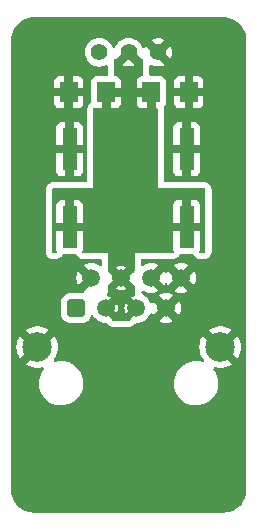
<source format=gbr>
%TF.GenerationSoftware,KiCad,Pcbnew,7.0.5-0*%
%TF.CreationDate,2024-07-28T13:55:19+02:00*%
%TF.ProjectId,rj45-dynamixel-adapter,726a3435-2d64-4796-9e61-6d6978656c2d,rev?*%
%TF.SameCoordinates,Original*%
%TF.FileFunction,Copper,L1,Top*%
%TF.FilePolarity,Positive*%
%FSLAX46Y46*%
G04 Gerber Fmt 4.6, Leading zero omitted, Abs format (unit mm)*
G04 Created by KiCad (PCBNEW 7.0.5-0) date 2024-07-28 13:55:19*
%MOMM*%
%LPD*%
G01*
G04 APERTURE LIST*
G04 Aperture macros list*
%AMRoundRect*
0 Rectangle with rounded corners*
0 $1 Rounding radius*
0 $2 $3 $4 $5 $6 $7 $8 $9 X,Y pos of 4 corners*
0 Add a 4 corners polygon primitive as box body*
4,1,4,$2,$3,$4,$5,$6,$7,$8,$9,$2,$3,0*
0 Add four circle primitives for the rounded corners*
1,1,$1+$1,$2,$3*
1,1,$1+$1,$4,$5*
1,1,$1+$1,$6,$7*
1,1,$1+$1,$8,$9*
0 Add four rect primitives between the rounded corners*
20,1,$1+$1,$2,$3,$4,$5,0*
20,1,$1+$1,$4,$5,$6,$7,0*
20,1,$1+$1,$6,$7,$8,$9,0*
20,1,$1+$1,$8,$9,$2,$3,0*%
G04 Aperture macros list end*
%TA.AperFunction,ComponentPad*%
%ADD10RoundRect,0.250500X-0.499500X-0.499500X0.499500X-0.499500X0.499500X0.499500X-0.499500X0.499500X0*%
%TD*%
%TA.AperFunction,ComponentPad*%
%ADD11C,1.500000*%
%TD*%
%TA.AperFunction,ComponentPad*%
%ADD12C,2.500000*%
%TD*%
%TA.AperFunction,SMDPad,CuDef*%
%ADD13R,1.485014X1.727991*%
%TD*%
%TA.AperFunction,ComponentPad*%
%ADD14C,1.397000*%
%TD*%
%TA.AperFunction,SMDPad,CuDef*%
%ADD15R,1.259995X3.610008*%
%TD*%
%TA.AperFunction,ViaPad*%
%ADD16C,0.800000*%
%TD*%
G04 APERTURE END LIST*
D10*
%TO.P,J3,1*%
%TO.N,/SIG*%
X146560000Y-105650000D03*
D11*
%TO.P,J3,2*%
%TO.N,GND*%
X147820000Y-103110000D03*
%TO.P,J3,3*%
%TO.N,/12V*%
X149100000Y-105650000D03*
%TO.P,J3,4*%
X150360000Y-103110000D03*
%TO.P,J3,5*%
X151640000Y-105650000D03*
%TO.P,J3,6*%
%TO.N,GND*%
X152900000Y-103110000D03*
%TO.P,J3,7*%
X154180000Y-105650000D03*
%TO.P,J3,8*%
X155440000Y-103110000D03*
D12*
%TO.P,J3,SH*%
X143255000Y-108960000D03*
X158745000Y-108960000D03*
%TD*%
D13*
%TO.P,C1,1,1*%
%TO.N,/12V*%
X152907417Y-87376000D03*
%TO.P,C1,2,2*%
%TO.N,GND*%
X156092583Y-87376000D03*
%TD*%
D14*
%TO.P,J1,1,1*%
%TO.N,GND*%
X153500000Y-84000000D03*
%TO.P,J1,2,2*%
%TO.N,/12V*%
X151000000Y-84000000D03*
%TO.P,J1,3,3*%
%TO.N,/SIG*%
X148500000Y-84000000D03*
%TD*%
D15*
%TO.P,C3,1,1*%
%TO.N,/12V*%
X155898000Y-98787790D03*
%TO.P,C3,2,2*%
%TO.N,GND*%
X155898000Y-92198000D03*
%TD*%
D13*
%TO.P,C2,1,1*%
%TO.N,/12V*%
X149092583Y-87376000D03*
%TO.P,C2,2,2*%
%TO.N,GND*%
X145907417Y-87376000D03*
%TD*%
D15*
%TO.P,C4,1,1*%
%TO.N,/12V*%
X146000000Y-98794895D03*
%TO.P,C4,2,2*%
%TO.N,GND*%
X146000000Y-92205105D03*
%TD*%
D16*
%TO.N,GND*%
X157750000Y-87250000D03*
X144250000Y-92250000D03*
X144250000Y-90000000D03*
X157750000Y-92250000D03*
X145000000Y-103000000D03*
X144250000Y-87250000D03*
X157750000Y-90000000D03*
%TO.N,/12V*%
X150250000Y-93750000D03*
X150250000Y-96000000D03*
X150250000Y-98250000D03*
X150750000Y-87250000D03*
X150250000Y-100500000D03*
X150250000Y-91750000D03*
X150250000Y-89750000D03*
%TD*%
%TA.AperFunction,Conductor*%
%TO.N,/12V*%
G36*
X152177511Y-86000798D02*
G01*
X152126000Y-86012004D01*
X152117065Y-86012004D01*
X152057537Y-86018405D01*
X152057530Y-86018407D01*
X151922823Y-86068649D01*
X151922816Y-86068653D01*
X151807722Y-86154813D01*
X151807719Y-86154816D01*
X151721559Y-86269910D01*
X151721555Y-86269917D01*
X151671313Y-86404624D01*
X151671311Y-86404631D01*
X151664910Y-86464159D01*
X151664910Y-87001000D01*
X153158417Y-87001000D01*
X153225456Y-87020685D01*
X153271211Y-87073489D01*
X153282417Y-87125000D01*
X153282417Y-88739996D01*
X153376000Y-88739996D01*
X153443039Y-88759681D01*
X153488794Y-88812485D01*
X153500000Y-88863996D01*
X153499999Y-95499999D01*
X153500000Y-95500000D01*
X157376000Y-95500000D01*
X157443039Y-95519685D01*
X157488794Y-95572489D01*
X157500000Y-95624000D01*
X157500000Y-100876000D01*
X157480315Y-100943039D01*
X157427511Y-100988794D01*
X157376000Y-101000000D01*
X157088360Y-101000000D01*
X157021321Y-100980315D01*
X156975566Y-100927511D01*
X156965622Y-100858353D01*
X156972178Y-100832667D01*
X157021594Y-100700173D01*
X157021596Y-100700166D01*
X157027997Y-100640638D01*
X157027998Y-100640621D01*
X157027998Y-99162790D01*
X154768002Y-99162790D01*
X154768002Y-100640638D01*
X154774403Y-100700166D01*
X154774405Y-100700173D01*
X154823822Y-100832667D01*
X154828806Y-100902359D01*
X154795321Y-100963682D01*
X154733998Y-100997166D01*
X154707640Y-101000000D01*
X151500000Y-101000000D01*
X151500000Y-98412790D01*
X154768002Y-98412790D01*
X155523000Y-98412790D01*
X155523000Y-96482786D01*
X156273000Y-96482786D01*
X156273000Y-98412790D01*
X157027998Y-98412790D01*
X157027998Y-96934958D01*
X157027997Y-96934941D01*
X157021596Y-96875413D01*
X157021594Y-96875406D01*
X156971352Y-96740699D01*
X156971348Y-96740692D01*
X156885188Y-96625598D01*
X156885185Y-96625595D01*
X156770091Y-96539435D01*
X156770084Y-96539431D01*
X156635377Y-96489189D01*
X156635370Y-96489187D01*
X156575842Y-96482786D01*
X156273000Y-96482786D01*
X155523000Y-96482786D01*
X155220157Y-96482786D01*
X155160629Y-96489187D01*
X155160622Y-96489189D01*
X155025915Y-96539431D01*
X155025908Y-96539435D01*
X154910814Y-96625595D01*
X154910811Y-96625598D01*
X154824651Y-96740692D01*
X154824647Y-96740699D01*
X154774405Y-96875406D01*
X154774403Y-96875413D01*
X154768002Y-96934941D01*
X154768002Y-98412790D01*
X151500000Y-98412790D01*
X151500000Y-89000000D01*
X149250000Y-89000000D01*
X149250000Y-101000000D01*
X147193010Y-101000000D01*
X147125971Y-100980315D01*
X147080216Y-100927511D01*
X147070272Y-100858353D01*
X147076828Y-100832667D01*
X147123594Y-100707278D01*
X147123596Y-100707271D01*
X147129997Y-100647743D01*
X147129998Y-100647726D01*
X147129998Y-99169895D01*
X144870002Y-99169895D01*
X144870002Y-100647743D01*
X144876403Y-100707271D01*
X144876405Y-100707278D01*
X144923172Y-100832667D01*
X144928156Y-100902359D01*
X144894671Y-100963682D01*
X144833348Y-100997166D01*
X144806990Y-101000000D01*
X144624000Y-101000000D01*
X144556961Y-100980315D01*
X144511206Y-100927511D01*
X144500000Y-100876000D01*
X144500000Y-98419895D01*
X144870002Y-98419895D01*
X145625000Y-98419895D01*
X145625000Y-96489891D01*
X146375000Y-96489891D01*
X146375000Y-98419895D01*
X147129998Y-98419895D01*
X147129998Y-96942063D01*
X147129997Y-96942046D01*
X147123596Y-96882518D01*
X147123594Y-96882511D01*
X147073352Y-96747804D01*
X147073348Y-96747797D01*
X146987188Y-96632703D01*
X146987185Y-96632700D01*
X146872091Y-96546540D01*
X146872084Y-96546536D01*
X146737377Y-96496294D01*
X146737370Y-96496292D01*
X146677842Y-96489891D01*
X146375000Y-96489891D01*
X145625000Y-96489891D01*
X145322157Y-96489891D01*
X145262629Y-96496292D01*
X145262622Y-96496294D01*
X145127915Y-96546536D01*
X145127908Y-96546540D01*
X145012814Y-96632700D01*
X145012811Y-96632703D01*
X144926651Y-96747797D01*
X144926647Y-96747804D01*
X144876405Y-96882511D01*
X144876403Y-96882518D01*
X144870002Y-96942046D01*
X144870002Y-98419895D01*
X144500000Y-98419895D01*
X144500000Y-95624000D01*
X144519685Y-95556961D01*
X144572489Y-95511206D01*
X144624000Y-95500000D01*
X148000000Y-95500000D01*
X148000000Y-88821665D01*
X148019685Y-88754626D01*
X148072489Y-88708871D01*
X148141647Y-88698927D01*
X148167334Y-88705484D01*
X148242692Y-88733591D01*
X148242703Y-88733594D01*
X148302231Y-88739995D01*
X148302248Y-88739996D01*
X148717583Y-88739996D01*
X148717583Y-87751000D01*
X149467583Y-87751000D01*
X149467583Y-88739996D01*
X149882918Y-88739996D01*
X149882934Y-88739995D01*
X149942462Y-88733594D01*
X149942469Y-88733592D01*
X150077176Y-88683350D01*
X150077183Y-88683346D01*
X150192277Y-88597186D01*
X150192280Y-88597183D01*
X150278440Y-88482089D01*
X150278444Y-88482082D01*
X150328686Y-88347375D01*
X150328688Y-88347368D01*
X150335089Y-88287840D01*
X150335090Y-88287823D01*
X150335090Y-87751000D01*
X151664910Y-87751000D01*
X151664910Y-88287840D01*
X151671311Y-88347368D01*
X151671313Y-88347375D01*
X151721555Y-88482082D01*
X151721559Y-88482089D01*
X151807719Y-88597183D01*
X151807722Y-88597186D01*
X151922816Y-88683346D01*
X151922823Y-88683350D01*
X152057530Y-88733592D01*
X152057537Y-88733594D01*
X152117065Y-88739995D01*
X152117082Y-88739996D01*
X152532417Y-88739996D01*
X152532417Y-87751000D01*
X151664910Y-87751000D01*
X150335090Y-87751000D01*
X149467583Y-87751000D01*
X148717583Y-87751000D01*
X148717583Y-87125000D01*
X148737268Y-87057961D01*
X148790072Y-87012206D01*
X148841583Y-87001000D01*
X150335090Y-87001000D01*
X150335090Y-86464176D01*
X150335089Y-86464159D01*
X150328688Y-86404631D01*
X150328686Y-86404624D01*
X150278444Y-86269917D01*
X150278440Y-86269910D01*
X150192280Y-86154816D01*
X150192277Y-86154813D01*
X150077183Y-86068653D01*
X150077176Y-86068649D01*
X149942469Y-86018407D01*
X149942462Y-86018405D01*
X149882934Y-86012004D01*
X149874000Y-86012004D01*
X149833119Y-86000000D01*
X152178432Y-86000000D01*
X152177511Y-86000798D01*
G37*
%TD.AperFunction*%
%TD*%
%TA.AperFunction,Conductor*%
%TO.N,/12V*%
G36*
X151500000Y-101000000D02*
G01*
X151500000Y-101000001D01*
X151500000Y-102417682D01*
X151481046Y-102512970D01*
X151427070Y-102593752D01*
X151346288Y-102647728D01*
X151265902Y-102663717D01*
X150819619Y-103110000D01*
X151268274Y-103558654D01*
X151311502Y-103560778D01*
X151399329Y-103602318D01*
X151464575Y-103674305D01*
X151497305Y-103765781D01*
X151500000Y-103802316D01*
X151500000Y-104250000D01*
X151514799Y-104276140D01*
X151530567Y-104290444D01*
X151572067Y-104378289D01*
X151576791Y-104475329D01*
X151544019Y-104566790D01*
X151478741Y-104638748D01*
X151402784Y-104676961D01*
X151255465Y-104721650D01*
X151200596Y-104750977D01*
X151639999Y-105190380D01*
X151640000Y-105190380D01*
X151649620Y-105200000D01*
X151606276Y-105200000D01*
X151505862Y-105215135D01*
X151383643Y-105273993D01*
X151284202Y-105366260D01*
X151216375Y-105483740D01*
X151186190Y-105615992D01*
X151196327Y-105751265D01*
X151245887Y-105877541D01*
X151330465Y-105983599D01*
X151442547Y-106060016D01*
X151572173Y-106100000D01*
X151649617Y-106100000D01*
X151178953Y-106570665D01*
X151141750Y-106649328D01*
X151069763Y-106714573D01*
X150978288Y-106747305D01*
X150941750Y-106750000D01*
X149798250Y-106750000D01*
X149702962Y-106731046D01*
X149622180Y-106677070D01*
X149568204Y-106596288D01*
X149563619Y-106573239D01*
X149090381Y-106100000D01*
X149133724Y-106100000D01*
X149234138Y-106084865D01*
X149356357Y-106026007D01*
X149455798Y-105933740D01*
X149523625Y-105816260D01*
X149553810Y-105684008D01*
X149551262Y-105650000D01*
X149559619Y-105650000D01*
X149999021Y-106089401D01*
X150028349Y-106034535D01*
X150028350Y-106034534D01*
X150085530Y-105846034D01*
X150104839Y-105649999D01*
X150635161Y-105649999D01*
X150654469Y-105846034D01*
X150711649Y-106034534D01*
X150711650Y-106034536D01*
X150740977Y-106089401D01*
X151180379Y-105650000D01*
X150740976Y-105210597D01*
X150711649Y-105265466D01*
X150654469Y-105453965D01*
X150635161Y-105649999D01*
X150104839Y-105649999D01*
X150085530Y-105453965D01*
X150028351Y-105265469D01*
X150028349Y-105265464D01*
X149999022Y-105210597D01*
X149559619Y-105650000D01*
X149551262Y-105650000D01*
X149543673Y-105548735D01*
X149494113Y-105422459D01*
X149409535Y-105316401D01*
X149297453Y-105239984D01*
X149167827Y-105200000D01*
X149090380Y-105200000D01*
X149100000Y-105190380D01*
X149539401Y-104750977D01*
X149539401Y-104750976D01*
X149484541Y-104721653D01*
X149484533Y-104721649D01*
X149343858Y-104678976D01*
X149258175Y-104633177D01*
X149196541Y-104558076D01*
X149168338Y-104465104D01*
X149177861Y-104368417D01*
X149223660Y-104282734D01*
X149238926Y-104269559D01*
X149250000Y-104250000D01*
X149250000Y-104009022D01*
X149920597Y-104009022D01*
X149975464Y-104038349D01*
X149975469Y-104038351D01*
X150163965Y-104095530D01*
X150359999Y-104114838D01*
X150556034Y-104095530D01*
X150744534Y-104038350D01*
X150744535Y-104038349D01*
X150799402Y-104009021D01*
X150360000Y-103569619D01*
X149920597Y-104009022D01*
X149250000Y-104009022D01*
X149250000Y-103806767D01*
X149268954Y-103711479D01*
X149322930Y-103630697D01*
X149403712Y-103576721D01*
X149441093Y-103569285D01*
X149900379Y-103110000D01*
X149866371Y-103075992D01*
X149906190Y-103075992D01*
X149916327Y-103211265D01*
X149965887Y-103337541D01*
X150050465Y-103443599D01*
X150162547Y-103520016D01*
X150292173Y-103560000D01*
X150393724Y-103560000D01*
X150494138Y-103544865D01*
X150616357Y-103486007D01*
X150715798Y-103393740D01*
X150783625Y-103276260D01*
X150813810Y-103144008D01*
X150803673Y-103008735D01*
X150754113Y-102882459D01*
X150669535Y-102776401D01*
X150557453Y-102699984D01*
X150427827Y-102660000D01*
X150326276Y-102660000D01*
X150225862Y-102675135D01*
X150103643Y-102733993D01*
X150004202Y-102826260D01*
X149936375Y-102943740D01*
X149906190Y-103075992D01*
X149866371Y-103075992D01*
X149445490Y-102655111D01*
X149438494Y-102654768D01*
X149350668Y-102613227D01*
X149285424Y-102541239D01*
X149252694Y-102449763D01*
X149250000Y-102413231D01*
X149250000Y-102210976D01*
X149920597Y-102210976D01*
X150360000Y-102650379D01*
X150799401Y-102210977D01*
X150744536Y-102181650D01*
X150744534Y-102181649D01*
X150556034Y-102124469D01*
X150360000Y-102105161D01*
X150163965Y-102124469D01*
X149975466Y-102181649D01*
X149920597Y-102210976D01*
X149250000Y-102210976D01*
X149250000Y-101000001D01*
X149250000Y-101000000D01*
X149250000Y-89000000D01*
X151500000Y-89000000D01*
X151500000Y-101000000D01*
G37*
%TD.AperFunction*%
%TD*%
%TA.AperFunction,Conductor*%
%TO.N,GND*%
G36*
X159002018Y-81025633D02*
G01*
X159182641Y-81037470D01*
X159253674Y-81042126D01*
X159261707Y-81043184D01*
X159492471Y-81089085D01*
X159507046Y-81091985D01*
X159514889Y-81094086D01*
X159751769Y-81174496D01*
X159759243Y-81177592D01*
X159983607Y-81288236D01*
X159990631Y-81292293D01*
X160119083Y-81378121D01*
X160198621Y-81431267D01*
X160205049Y-81436199D01*
X160393123Y-81601135D01*
X160398862Y-81606874D01*
X160563798Y-81794948D01*
X160568736Y-81801383D01*
X160707706Y-82009368D01*
X160711766Y-82016398D01*
X160822401Y-82240743D01*
X160825508Y-82248244D01*
X160905913Y-82485111D01*
X160908014Y-82492953D01*
X160956813Y-82738279D01*
X160957873Y-82746328D01*
X160974367Y-82997980D01*
X160974500Y-83002036D01*
X160974500Y-120997962D01*
X160974367Y-121002018D01*
X160957873Y-121253671D01*
X160956813Y-121261720D01*
X160908014Y-121507046D01*
X160905913Y-121514888D01*
X160825508Y-121751755D01*
X160822401Y-121759256D01*
X160711766Y-121983601D01*
X160707706Y-121990631D01*
X160568736Y-122198616D01*
X160563794Y-122205057D01*
X160398864Y-122393123D01*
X160393123Y-122398864D01*
X160205057Y-122563794D01*
X160198616Y-122568736D01*
X159990631Y-122707706D01*
X159983601Y-122711766D01*
X159759256Y-122822401D01*
X159751755Y-122825508D01*
X159514888Y-122905913D01*
X159507046Y-122908014D01*
X159261720Y-122956813D01*
X159253671Y-122957873D01*
X159002018Y-122974367D01*
X158997962Y-122974500D01*
X143002038Y-122974500D01*
X142997982Y-122974367D01*
X142746328Y-122957873D01*
X142738279Y-122956813D01*
X142492953Y-122908014D01*
X142485111Y-122905913D01*
X142332099Y-122853972D01*
X142248238Y-122825505D01*
X142240749Y-122822403D01*
X142016397Y-122711765D01*
X142009368Y-122707706D01*
X141801383Y-122568736D01*
X141794948Y-122563798D01*
X141606874Y-122398862D01*
X141601135Y-122393123D01*
X141553118Y-122338370D01*
X141436199Y-122205049D01*
X141431267Y-122198621D01*
X141378121Y-122119083D01*
X141292293Y-121990631D01*
X141288236Y-121983607D01*
X141177592Y-121759243D01*
X141174496Y-121751769D01*
X141094086Y-121514888D01*
X141091985Y-121507046D01*
X141069897Y-121396003D01*
X141043184Y-121261707D01*
X141042126Y-121253670D01*
X141025633Y-121002018D01*
X141025500Y-120997962D01*
X141025500Y-108960004D01*
X141500093Y-108960004D01*
X141519692Y-109221545D01*
X141519693Y-109221550D01*
X141578058Y-109477270D01*
X141673883Y-109721426D01*
X141673882Y-109721426D01*
X141792737Y-109927286D01*
X141792738Y-109927287D01*
X142487060Y-109232964D01*
X142516064Y-109315853D01*
X142613775Y-109471360D01*
X142743640Y-109601225D01*
X142899147Y-109698936D01*
X142982034Y-109727939D01*
X142289921Y-110420051D01*
X142377551Y-110479796D01*
X142613854Y-110593594D01*
X142613858Y-110593595D01*
X142864494Y-110670907D01*
X142864500Y-110670909D01*
X143123848Y-110709999D01*
X143123857Y-110710000D01*
X143386143Y-110710000D01*
X143386151Y-110709999D01*
X143645499Y-110670909D01*
X143645509Y-110670906D01*
X143668185Y-110663912D01*
X143738049Y-110662960D01*
X143797336Y-110699931D01*
X143827223Y-110763085D01*
X143818222Y-110832373D01*
X143805585Y-110854552D01*
X143679809Y-111030354D01*
X143679802Y-111030366D01*
X143554275Y-111274515D01*
X143554271Y-111274525D01*
X143465632Y-111534344D01*
X143465629Y-111534358D01*
X143415765Y-111804314D01*
X143415763Y-111804334D01*
X143405737Y-112078678D01*
X143435762Y-112351559D01*
X143435763Y-112351569D01*
X143505202Y-112617178D01*
X143505204Y-112617182D01*
X143612577Y-112869852D01*
X143755592Y-113104191D01*
X143755599Y-113104201D01*
X143931199Y-113315207D01*
X143931204Y-113315212D01*
X143931209Y-113315218D01*
X143931216Y-113315224D01*
X144135672Y-113498419D01*
X144135674Y-113498420D01*
X144135677Y-113498423D01*
X144364641Y-113649904D01*
X144613221Y-113766433D01*
X144876119Y-113845527D01*
X145147731Y-113885500D01*
X145147736Y-113885500D01*
X145353545Y-113885500D01*
X145353547Y-113885500D01*
X145353552Y-113885499D01*
X145353564Y-113885499D01*
X145391614Y-113882713D01*
X145558805Y-113870477D01*
X145826775Y-113810784D01*
X146083198Y-113712711D01*
X146322609Y-113578347D01*
X146539904Y-113410557D01*
X146730454Y-113212916D01*
X146890196Y-112989637D01*
X147015727Y-112745479D01*
X147104370Y-112485646D01*
X147154236Y-112215674D01*
X147159242Y-112078678D01*
X154835737Y-112078678D01*
X154865762Y-112351559D01*
X154865763Y-112351569D01*
X154935202Y-112617178D01*
X154935204Y-112617182D01*
X155042577Y-112869852D01*
X155185592Y-113104191D01*
X155185599Y-113104201D01*
X155361199Y-113315207D01*
X155361204Y-113315212D01*
X155361209Y-113315218D01*
X155361216Y-113315224D01*
X155565672Y-113498419D01*
X155565674Y-113498420D01*
X155565677Y-113498423D01*
X155794641Y-113649904D01*
X156043221Y-113766433D01*
X156306119Y-113845527D01*
X156577731Y-113885500D01*
X156577736Y-113885500D01*
X156783545Y-113885500D01*
X156783547Y-113885500D01*
X156783552Y-113885499D01*
X156783564Y-113885499D01*
X156821614Y-113882713D01*
X156988805Y-113870477D01*
X157256775Y-113810784D01*
X157513198Y-113712711D01*
X157752609Y-113578347D01*
X157969904Y-113410557D01*
X158160454Y-113212916D01*
X158320196Y-112989637D01*
X158445727Y-112745479D01*
X158534370Y-112485646D01*
X158584236Y-112215674D01*
X158594262Y-111941320D01*
X158564236Y-111668429D01*
X158494796Y-111402818D01*
X158387423Y-111150148D01*
X158244405Y-110915804D01*
X158243943Y-110915249D01*
X158199206Y-110861491D01*
X158171453Y-110797370D01*
X158182772Y-110728423D01*
X158229570Y-110676541D01*
X158296989Y-110658197D01*
X158331070Y-110663682D01*
X158354490Y-110670907D01*
X158354500Y-110670909D01*
X158613848Y-110709999D01*
X158613857Y-110710000D01*
X158876143Y-110710000D01*
X158876151Y-110709999D01*
X159135499Y-110670909D01*
X159135505Y-110670907D01*
X159386143Y-110593595D01*
X159622445Y-110479798D01*
X159622454Y-110479793D01*
X159710078Y-110420052D01*
X159017964Y-109727939D01*
X159100853Y-109698936D01*
X159256360Y-109601225D01*
X159386225Y-109471360D01*
X159483936Y-109315853D01*
X159512939Y-109232964D01*
X160207261Y-109927287D01*
X160207262Y-109927287D01*
X160326116Y-109721426D01*
X160421941Y-109477270D01*
X160480306Y-109221550D01*
X160480307Y-109221545D01*
X160499907Y-108960004D01*
X160499907Y-108959995D01*
X160480307Y-108698454D01*
X160480306Y-108698449D01*
X160421941Y-108442729D01*
X160326116Y-108198573D01*
X160207261Y-107992711D01*
X159512939Y-108687034D01*
X159483936Y-108604147D01*
X159386225Y-108448640D01*
X159256360Y-108318775D01*
X159100853Y-108221064D01*
X159017964Y-108192060D01*
X159710078Y-107499945D01*
X159622461Y-107440210D01*
X159622448Y-107440203D01*
X159386142Y-107326404D01*
X159386144Y-107326404D01*
X159135505Y-107249092D01*
X159135499Y-107249090D01*
X158876151Y-107210000D01*
X158613848Y-107210000D01*
X158354500Y-107249090D01*
X158354494Y-107249092D01*
X158103858Y-107326404D01*
X158103854Y-107326405D01*
X157867547Y-107440205D01*
X157867546Y-107440206D01*
X157779922Y-107499947D01*
X158472035Y-108192060D01*
X158389147Y-108221064D01*
X158233640Y-108318775D01*
X158103775Y-108448640D01*
X158006064Y-108604147D01*
X157977060Y-108687035D01*
X157282737Y-107992712D01*
X157163883Y-108198573D01*
X157068058Y-108442729D01*
X157009693Y-108698449D01*
X157009692Y-108698454D01*
X156990093Y-108959995D01*
X156990093Y-108960004D01*
X157009692Y-109221545D01*
X157009693Y-109221550D01*
X157068058Y-109477270D01*
X157163883Y-109721426D01*
X157163882Y-109721426D01*
X157295028Y-109948573D01*
X157338485Y-110003067D01*
X157364894Y-110067754D01*
X157352137Y-110136449D01*
X157304267Y-110187343D01*
X157236480Y-110204277D01*
X157205814Y-110199123D01*
X157123879Y-110174472D01*
X156979612Y-110153241D01*
X156852269Y-110134500D01*
X156646453Y-110134500D01*
X156646435Y-110134500D01*
X156441195Y-110149523D01*
X156441185Y-110149524D01*
X156173229Y-110209214D01*
X156173224Y-110209216D01*
X155916799Y-110307290D01*
X155677392Y-110441652D01*
X155677387Y-110441655D01*
X155460097Y-110609441D01*
X155460088Y-110609450D01*
X155269549Y-110807080D01*
X155269547Y-110807082D01*
X155109805Y-111030361D01*
X155109802Y-111030366D01*
X154984275Y-111274515D01*
X154984271Y-111274525D01*
X154895632Y-111534344D01*
X154895629Y-111534358D01*
X154845765Y-111804314D01*
X154845763Y-111804334D01*
X154835737Y-112078678D01*
X147159242Y-112078678D01*
X147164262Y-111941320D01*
X147134236Y-111668429D01*
X147064796Y-111402818D01*
X146957423Y-111150148D01*
X146814405Y-110915804D01*
X146812666Y-110913715D01*
X146638800Y-110704792D01*
X146638795Y-110704787D01*
X146638791Y-110704782D01*
X146532385Y-110609441D01*
X146434327Y-110521580D01*
X146434324Y-110521578D01*
X146434323Y-110521577D01*
X146205359Y-110370096D01*
X145956779Y-110253567D01*
X145809362Y-110209216D01*
X145693879Y-110174472D01*
X145549612Y-110153241D01*
X145422269Y-110134500D01*
X145216453Y-110134500D01*
X145216435Y-110134500D01*
X145011195Y-110149523D01*
X145011181Y-110149525D01*
X144786972Y-110199470D01*
X144717257Y-110194833D01*
X144661115Y-110153241D01*
X144636373Y-110087899D01*
X144650884Y-110019553D01*
X144663064Y-110001124D01*
X144704972Y-109948573D01*
X144836116Y-109721426D01*
X144931941Y-109477270D01*
X144990306Y-109221550D01*
X144990307Y-109221545D01*
X145009907Y-108960004D01*
X145009907Y-108959995D01*
X144990307Y-108698454D01*
X144990306Y-108698449D01*
X144931941Y-108442729D01*
X144836116Y-108198573D01*
X144717261Y-107992711D01*
X144022939Y-108687034D01*
X143993936Y-108604147D01*
X143896225Y-108448640D01*
X143766360Y-108318775D01*
X143610853Y-108221064D01*
X143527964Y-108192060D01*
X144220078Y-107499945D01*
X144132461Y-107440210D01*
X144132448Y-107440203D01*
X143896142Y-107326404D01*
X143896144Y-107326404D01*
X143645505Y-107249092D01*
X143645499Y-107249090D01*
X143386151Y-107210000D01*
X143123848Y-107210000D01*
X142864500Y-107249090D01*
X142864494Y-107249092D01*
X142613858Y-107326404D01*
X142613854Y-107326405D01*
X142377547Y-107440205D01*
X142377546Y-107440206D01*
X142289922Y-107499947D01*
X142982035Y-108192060D01*
X142899147Y-108221064D01*
X142743640Y-108318775D01*
X142613775Y-108448640D01*
X142516064Y-108604147D01*
X142487060Y-108687033D01*
X141792738Y-107992711D01*
X141792737Y-107992712D01*
X141673883Y-108198573D01*
X141578058Y-108442729D01*
X141519693Y-108698449D01*
X141519692Y-108698454D01*
X141500093Y-108959995D01*
X141500093Y-108960004D01*
X141025500Y-108960004D01*
X141025500Y-103110000D01*
X146565225Y-103110000D01*
X146584287Y-103327884D01*
X146584289Y-103327894D01*
X146640894Y-103539150D01*
X146640898Y-103539159D01*
X146721981Y-103713042D01*
X147325025Y-103109999D01*
X147325025Y-103109998D01*
X146721981Y-102506955D01*
X146721980Y-102506955D01*
X146640899Y-102680835D01*
X146640894Y-102680849D01*
X146584289Y-102892105D01*
X146584287Y-102892115D01*
X146565225Y-103109999D01*
X146565225Y-103110000D01*
X141025500Y-103110000D01*
X141025500Y-100876000D01*
X143986500Y-100876000D01*
X143986501Y-100876009D01*
X143998235Y-100985151D01*
X143998237Y-100985163D01*
X144009443Y-101036673D01*
X144044106Y-101140820D01*
X144044109Y-101140826D01*
X144123128Y-101263781D01*
X144123134Y-101263788D01*
X144168879Y-101316581D01*
X144168882Y-101316584D01*
X144168884Y-101316586D01*
X144185657Y-101331120D01*
X144279335Y-101412294D01*
X144279337Y-101412295D01*
X144279339Y-101412297D01*
X144412287Y-101473014D01*
X144479326Y-101492699D01*
X144479330Y-101492700D01*
X144624000Y-101513500D01*
X144624003Y-101513500D01*
X144820744Y-101513500D01*
X144823489Y-101513352D01*
X144848210Y-101512028D01*
X144888243Y-101507723D01*
X144942495Y-101498932D01*
X144942499Y-101498930D01*
X144942501Y-101498930D01*
X145079427Y-101447861D01*
X145079429Y-101447859D01*
X145079437Y-101447857D01*
X145140760Y-101414373D01*
X145140765Y-101414370D01*
X145257770Y-101326782D01*
X145345359Y-101209777D01*
X145365456Y-101172971D01*
X145414860Y-101123567D01*
X145474288Y-101108399D01*
X146524571Y-101108399D01*
X146591610Y-101128084D01*
X146628886Y-101165359D01*
X146692138Y-101263781D01*
X146692144Y-101263788D01*
X146737889Y-101316581D01*
X146737892Y-101316584D01*
X146737894Y-101316586D01*
X146754667Y-101331120D01*
X146848345Y-101412294D01*
X146848347Y-101412295D01*
X146848349Y-101412297D01*
X146981297Y-101473014D01*
X147048336Y-101492699D01*
X147048340Y-101492700D01*
X147193010Y-101513500D01*
X148612500Y-101513500D01*
X148679539Y-101533185D01*
X148725294Y-101585989D01*
X148736500Y-101637500D01*
X148736500Y-101987569D01*
X148716815Y-102054608D01*
X148664011Y-102100363D01*
X148594853Y-102110307D01*
X148541377Y-102089144D01*
X148447392Y-102023335D01*
X148447388Y-102023333D01*
X148249159Y-101930898D01*
X148249150Y-101930894D01*
X148037894Y-101874289D01*
X148037884Y-101874287D01*
X147820001Y-101855225D01*
X147819999Y-101855225D01*
X147602115Y-101874287D01*
X147602105Y-101874289D01*
X147390849Y-101930894D01*
X147390835Y-101930899D01*
X147216955Y-102011980D01*
X147864975Y-102660000D01*
X147786276Y-102660000D01*
X147685862Y-102675135D01*
X147563643Y-102733993D01*
X147464202Y-102826260D01*
X147396375Y-102943740D01*
X147366190Y-103075992D01*
X147376327Y-103211265D01*
X147425887Y-103337541D01*
X147510465Y-103443599D01*
X147622547Y-103520016D01*
X147752173Y-103560000D01*
X147853724Y-103560000D01*
X147866969Y-103558003D01*
X147216956Y-104208017D01*
X147223648Y-104245967D01*
X147215904Y-104315406D01*
X147171848Y-104369636D01*
X147105467Y-104391438D01*
X147101532Y-104391500D01*
X146009916Y-104391500D01*
X145905970Y-104402120D01*
X145737551Y-104457928D01*
X145737540Y-104457933D01*
X145586540Y-104551072D01*
X145586536Y-104551075D01*
X145461075Y-104676536D01*
X145461072Y-104676540D01*
X145367933Y-104827540D01*
X145367928Y-104827551D01*
X145312120Y-104995970D01*
X145301500Y-105099916D01*
X145301500Y-106200083D01*
X145312120Y-106304029D01*
X145367928Y-106472448D01*
X145367933Y-106472459D01*
X145461072Y-106623459D01*
X145461075Y-106623463D01*
X145586536Y-106748924D01*
X145586540Y-106748927D01*
X145737540Y-106842066D01*
X145737543Y-106842067D01*
X145737549Y-106842071D01*
X145905972Y-106897880D01*
X146009924Y-106908500D01*
X146009929Y-106908500D01*
X147110071Y-106908500D01*
X147110076Y-106908500D01*
X147214028Y-106897880D01*
X147382451Y-106842071D01*
X147533463Y-106748925D01*
X147658925Y-106623463D01*
X147752071Y-106472451D01*
X147798873Y-106331209D01*
X147838644Y-106273766D01*
X147903159Y-106246942D01*
X147971935Y-106259257D01*
X148018152Y-106299089D01*
X148132251Y-106462038D01*
X148287962Y-106617749D01*
X148468346Y-106744056D01*
X148667924Y-106837120D01*
X148880629Y-106894115D01*
X149038506Y-106907927D01*
X149105393Y-106913779D01*
X149105208Y-106915883D01*
X149163473Y-106932992D01*
X149195700Y-106962996D01*
X149228165Y-107006363D01*
X149336898Y-107104032D01*
X149417680Y-107158008D01*
X149464951Y-107186055D01*
X149602783Y-107234679D01*
X149698071Y-107253633D01*
X149698078Y-107253633D01*
X149698080Y-107253634D01*
X149725889Y-107256372D01*
X149798250Y-107263500D01*
X149798253Y-107263500D01*
X150951202Y-107263500D01*
X150951203Y-107263500D01*
X150970095Y-107262804D01*
X151016061Y-107259414D01*
X151151289Y-107230785D01*
X151242764Y-107198053D01*
X151293446Y-107176794D01*
X151414608Y-107095052D01*
X151486595Y-107029807D01*
X151525297Y-106990757D01*
X151539773Y-106968879D01*
X151593185Y-106923834D01*
X151634721Y-106915088D01*
X151634607Y-106913779D01*
X151699986Y-106908059D01*
X151859371Y-106894115D01*
X152072076Y-106837120D01*
X152263157Y-106748018D01*
X153576955Y-106748018D01*
X153750840Y-106829101D01*
X153750849Y-106829105D01*
X153962105Y-106885710D01*
X153962115Y-106885712D01*
X154179999Y-106904775D01*
X154180001Y-106904775D01*
X154397884Y-106885712D01*
X154397894Y-106885710D01*
X154609150Y-106829105D01*
X154609159Y-106829102D01*
X154783043Y-106748018D01*
X154180001Y-106144975D01*
X154180000Y-106144975D01*
X153576955Y-106748018D01*
X152263157Y-106748018D01*
X152271654Y-106744056D01*
X152452038Y-106617749D01*
X152607749Y-106462038D01*
X152734056Y-106281654D01*
X152802309Y-106135283D01*
X152848477Y-106082849D01*
X152915671Y-106063696D01*
X152982552Y-106083911D01*
X153027070Y-106135287D01*
X153081980Y-106253043D01*
X153081981Y-106253043D01*
X153685025Y-105650000D01*
X153685025Y-105649999D01*
X153651018Y-105615992D01*
X153726190Y-105615992D01*
X153736327Y-105751265D01*
X153785887Y-105877541D01*
X153870465Y-105983599D01*
X153982547Y-106060016D01*
X154112173Y-106100000D01*
X154213724Y-106100000D01*
X154314138Y-106084865D01*
X154436357Y-106026007D01*
X154535798Y-105933740D01*
X154603625Y-105816260D01*
X154633810Y-105684008D01*
X154631261Y-105649999D01*
X154674975Y-105649999D01*
X155278017Y-106253043D01*
X155278018Y-106253042D01*
X155359102Y-106079159D01*
X155359105Y-106079150D01*
X155415710Y-105867894D01*
X155415712Y-105867884D01*
X155434775Y-105650000D01*
X155434775Y-105649999D01*
X155415712Y-105432115D01*
X155415710Y-105432105D01*
X155359105Y-105220849D01*
X155359101Y-105220840D01*
X155278018Y-105046955D01*
X154674975Y-105649999D01*
X154631261Y-105649999D01*
X154623673Y-105548735D01*
X154574113Y-105422459D01*
X154489535Y-105316401D01*
X154377453Y-105239984D01*
X154247827Y-105200000D01*
X154146276Y-105200000D01*
X154045862Y-105215135D01*
X153923643Y-105273993D01*
X153824202Y-105366260D01*
X153756375Y-105483740D01*
X153726190Y-105615992D01*
X153651018Y-105615992D01*
X153081980Y-105046955D01*
X153027070Y-105164712D01*
X152980898Y-105217151D01*
X152913704Y-105236303D01*
X152846823Y-105216087D01*
X152802306Y-105164711D01*
X152797789Y-105155025D01*
X152734056Y-105018347D01*
X152734054Y-105018344D01*
X152734053Y-105018342D01*
X152670902Y-104928154D01*
X152607749Y-104837962D01*
X152452038Y-104682251D01*
X152271654Y-104555944D01*
X152263155Y-104551981D01*
X152263153Y-104551980D01*
X153576955Y-104551980D01*
X154180000Y-105155025D01*
X154180001Y-105155025D01*
X154783043Y-104551981D01*
X154609159Y-104470898D01*
X154609150Y-104470894D01*
X154397894Y-104414289D01*
X154397884Y-104414287D01*
X154180001Y-104395225D01*
X154179999Y-104395225D01*
X153962115Y-104414287D01*
X153962105Y-104414289D01*
X153750849Y-104470894D01*
X153750835Y-104470899D01*
X153576955Y-104551980D01*
X152263153Y-104551980D01*
X152158528Y-104503193D01*
X152106088Y-104457021D01*
X152087079Y-104396839D01*
X152084961Y-104353340D01*
X152084961Y-104353338D01*
X152084960Y-104353334D01*
X152084960Y-104353321D01*
X152080799Y-104312756D01*
X152093543Y-104244059D01*
X152141404Y-104193156D01*
X152209187Y-104176209D01*
X152266907Y-104195712D01*
X152267920Y-104193958D01*
X152272611Y-104196666D01*
X152470840Y-104289101D01*
X152470849Y-104289105D01*
X152682105Y-104345710D01*
X152682115Y-104345712D01*
X152899999Y-104364775D01*
X152900001Y-104364775D01*
X153117884Y-104345712D01*
X153117894Y-104345710D01*
X153329150Y-104289105D01*
X153329159Y-104289102D01*
X153503043Y-104208018D01*
X154836955Y-104208018D01*
X155010840Y-104289101D01*
X155010849Y-104289105D01*
X155222105Y-104345710D01*
X155222115Y-104345712D01*
X155439999Y-104364775D01*
X155440001Y-104364775D01*
X155657884Y-104345712D01*
X155657894Y-104345710D01*
X155869150Y-104289105D01*
X155869159Y-104289102D01*
X156043043Y-104208018D01*
X155440001Y-103604975D01*
X155440000Y-103604975D01*
X154836955Y-104208018D01*
X153503043Y-104208018D01*
X152855024Y-103560000D01*
X152933724Y-103560000D01*
X153034138Y-103544865D01*
X153156357Y-103486007D01*
X153255798Y-103393740D01*
X153323625Y-103276260D01*
X153353810Y-103144008D01*
X153351262Y-103110000D01*
X153394975Y-103110000D01*
X153998017Y-103713042D01*
X154057617Y-103585232D01*
X154103789Y-103532793D01*
X154170983Y-103513641D01*
X154237864Y-103533857D01*
X154282381Y-103585232D01*
X154341980Y-103713043D01*
X154341981Y-103713043D01*
X154945025Y-103110000D01*
X154911017Y-103075992D01*
X154986190Y-103075992D01*
X154996327Y-103211265D01*
X155045887Y-103337541D01*
X155130465Y-103443599D01*
X155242547Y-103520016D01*
X155372173Y-103560000D01*
X155473724Y-103560000D01*
X155574138Y-103544865D01*
X155696357Y-103486007D01*
X155795798Y-103393740D01*
X155863625Y-103276260D01*
X155893810Y-103144008D01*
X155891261Y-103109999D01*
X155934975Y-103109999D01*
X156538017Y-103713043D01*
X156538018Y-103713042D01*
X156619102Y-103539159D01*
X156619105Y-103539150D01*
X156675710Y-103327894D01*
X156675712Y-103327884D01*
X156694775Y-103110000D01*
X156694775Y-103109999D01*
X156675712Y-102892115D01*
X156675710Y-102892105D01*
X156619105Y-102680849D01*
X156619101Y-102680840D01*
X156538018Y-102506955D01*
X155934975Y-103109999D01*
X155891261Y-103109999D01*
X155883673Y-103008735D01*
X155834113Y-102882459D01*
X155749535Y-102776401D01*
X155637453Y-102699984D01*
X155507827Y-102660000D01*
X155406276Y-102660000D01*
X155305862Y-102675135D01*
X155183643Y-102733993D01*
X155084202Y-102826260D01*
X155016375Y-102943740D01*
X154986190Y-103075992D01*
X154911017Y-103075992D01*
X154341980Y-102506955D01*
X154282381Y-102634767D01*
X154236208Y-102687206D01*
X154169015Y-102706358D01*
X154102134Y-102686142D01*
X154057617Y-102634767D01*
X153998017Y-102506956D01*
X153394975Y-103109999D01*
X153394975Y-103110000D01*
X153351262Y-103110000D01*
X153343673Y-103008735D01*
X153294113Y-102882459D01*
X153209535Y-102776401D01*
X153097453Y-102699984D01*
X152967827Y-102660000D01*
X152866276Y-102660000D01*
X152853028Y-102661996D01*
X152900000Y-102615025D01*
X153503042Y-102011981D01*
X153503040Y-102011980D01*
X154836955Y-102011980D01*
X155440000Y-102615025D01*
X155440001Y-102615025D01*
X156043043Y-102011981D01*
X155869159Y-101930898D01*
X155869150Y-101930894D01*
X155657894Y-101874289D01*
X155657884Y-101874287D01*
X155440001Y-101855225D01*
X155439999Y-101855225D01*
X155222115Y-101874287D01*
X155222105Y-101874289D01*
X155010849Y-101930894D01*
X155010835Y-101930899D01*
X154836955Y-102011980D01*
X153503040Y-102011980D01*
X153329159Y-101930898D01*
X153329150Y-101930894D01*
X153117894Y-101874289D01*
X153117884Y-101874287D01*
X152900001Y-101855225D01*
X152899999Y-101855225D01*
X152682115Y-101874287D01*
X152682105Y-101874289D01*
X152470849Y-101930894D01*
X152470840Y-101930898D01*
X152272612Y-102023333D01*
X152272610Y-102023334D01*
X152208622Y-102068139D01*
X152142416Y-102090466D01*
X152074649Y-102073454D01*
X152026837Y-102022506D01*
X152013500Y-101966563D01*
X152013500Y-101637500D01*
X152033185Y-101570461D01*
X152085989Y-101524706D01*
X152137500Y-101513500D01*
X154721394Y-101513500D01*
X154724139Y-101513352D01*
X154748860Y-101512028D01*
X154788893Y-101507723D01*
X154843145Y-101498932D01*
X154843149Y-101498930D01*
X154843151Y-101498930D01*
X154980077Y-101447861D01*
X154980079Y-101447859D01*
X154980087Y-101447857D01*
X155041410Y-101414373D01*
X155041415Y-101414370D01*
X155158420Y-101326782D01*
X155246009Y-101209777D01*
X155269985Y-101165867D01*
X155319391Y-101116462D01*
X155378818Y-101101294D01*
X156415355Y-101101294D01*
X156482394Y-101120979D01*
X156519669Y-101158253D01*
X156529129Y-101172973D01*
X156587488Y-101263781D01*
X156587494Y-101263788D01*
X156633239Y-101316581D01*
X156633242Y-101316584D01*
X156633244Y-101316586D01*
X156650017Y-101331120D01*
X156743695Y-101412294D01*
X156743697Y-101412295D01*
X156743699Y-101412297D01*
X156876647Y-101473014D01*
X156943686Y-101492699D01*
X156943690Y-101492700D01*
X157088360Y-101513500D01*
X157088363Y-101513500D01*
X157375990Y-101513500D01*
X157376000Y-101513500D01*
X157485157Y-101501764D01*
X157536668Y-101490558D01*
X157571440Y-101478984D01*
X157640820Y-101455893D01*
X157640824Y-101455890D01*
X157640827Y-101455890D01*
X157763782Y-101376871D01*
X157816586Y-101331116D01*
X157912297Y-101220661D01*
X157973014Y-101087713D01*
X157992699Y-101020674D01*
X157992700Y-101020670D01*
X158013500Y-100876000D01*
X158013500Y-95624000D01*
X158001764Y-95514843D01*
X157990558Y-95463332D01*
X157990453Y-95463017D01*
X157955893Y-95359179D01*
X157955890Y-95359173D01*
X157876871Y-95236218D01*
X157876865Y-95236211D01*
X157831120Y-95183418D01*
X157831117Y-95183415D01*
X157720664Y-95087705D01*
X157720658Y-95087701D01*
X157587714Y-95026986D01*
X157520677Y-95007302D01*
X157520679Y-95007302D01*
X157520674Y-95007301D01*
X157520670Y-95007300D01*
X157376000Y-94986500D01*
X157375998Y-94986500D01*
X154137500Y-94986500D01*
X154070461Y-94966815D01*
X154024706Y-94914011D01*
X154013500Y-94862500D01*
X154013500Y-92548000D01*
X154768002Y-92548000D01*
X154768002Y-94050848D01*
X154774403Y-94110376D01*
X154774405Y-94110383D01*
X154824647Y-94245090D01*
X154824651Y-94245097D01*
X154910811Y-94360191D01*
X154910814Y-94360194D01*
X155025908Y-94446354D01*
X155025915Y-94446358D01*
X155160622Y-94496600D01*
X155160629Y-94496602D01*
X155220157Y-94503003D01*
X155220174Y-94503004D01*
X155548000Y-94503004D01*
X155548000Y-92548000D01*
X156248000Y-92548000D01*
X156248000Y-94503004D01*
X156575826Y-94503004D01*
X156575842Y-94503003D01*
X156635370Y-94496602D01*
X156635377Y-94496600D01*
X156770084Y-94446358D01*
X156770091Y-94446354D01*
X156885185Y-94360194D01*
X156885188Y-94360191D01*
X156971348Y-94245097D01*
X156971352Y-94245090D01*
X157021594Y-94110383D01*
X157021596Y-94110376D01*
X157027997Y-94050848D01*
X157027998Y-94050831D01*
X157027998Y-92548000D01*
X156248000Y-92548000D01*
X155548000Y-92548000D01*
X154768002Y-92548000D01*
X154013500Y-92548000D01*
X154013500Y-91848000D01*
X154768002Y-91848000D01*
X155548000Y-91848000D01*
X155548000Y-89892996D01*
X156248000Y-89892996D01*
X156248000Y-91848000D01*
X157027998Y-91848000D01*
X157027998Y-90345168D01*
X157027997Y-90345151D01*
X157021596Y-90285623D01*
X157021594Y-90285616D01*
X156971352Y-90150909D01*
X156971348Y-90150902D01*
X156885188Y-90035808D01*
X156885185Y-90035805D01*
X156770091Y-89949645D01*
X156770084Y-89949641D01*
X156635377Y-89899399D01*
X156635370Y-89899397D01*
X156575842Y-89892996D01*
X156248000Y-89892996D01*
X155548000Y-89892996D01*
X155220157Y-89892996D01*
X155160629Y-89899397D01*
X155160622Y-89899399D01*
X155025915Y-89949641D01*
X155025908Y-89949645D01*
X154910814Y-90035805D01*
X154910811Y-90035808D01*
X154824651Y-90150902D01*
X154824647Y-90150909D01*
X154774405Y-90285616D01*
X154774403Y-90285623D01*
X154768002Y-90345151D01*
X154768002Y-91848000D01*
X154013500Y-91848000D01*
X154013500Y-88864006D01*
X154013500Y-88863996D01*
X154001764Y-88754839D01*
X153990822Y-88704542D01*
X153995805Y-88634854D01*
X154012722Y-88603873D01*
X154013180Y-88603260D01*
X154013185Y-88603257D01*
X154100813Y-88486200D01*
X154151913Y-88349197D01*
X154158311Y-88289689D01*
X154158423Y-88288650D01*
X154158424Y-88288633D01*
X154158424Y-87726000D01*
X154850076Y-87726000D01*
X154850076Y-88287840D01*
X154856477Y-88347368D01*
X154856479Y-88347375D01*
X154906721Y-88482082D01*
X154906725Y-88482089D01*
X154992885Y-88597183D01*
X154992888Y-88597186D01*
X155107982Y-88683346D01*
X155107989Y-88683350D01*
X155242696Y-88733592D01*
X155242703Y-88733594D01*
X155302231Y-88739995D01*
X155302248Y-88739996D01*
X155742583Y-88739996D01*
X155742583Y-87726000D01*
X156442583Y-87726000D01*
X156442583Y-88739996D01*
X156882918Y-88739996D01*
X156882934Y-88739995D01*
X156942462Y-88733594D01*
X156942469Y-88733592D01*
X157077176Y-88683350D01*
X157077183Y-88683346D01*
X157192277Y-88597186D01*
X157192280Y-88597183D01*
X157278440Y-88482089D01*
X157278444Y-88482082D01*
X157328686Y-88347375D01*
X157328688Y-88347368D01*
X157335089Y-88287840D01*
X157335090Y-88287823D01*
X157335090Y-87726000D01*
X156442583Y-87726000D01*
X155742583Y-87726000D01*
X154850076Y-87726000D01*
X154158424Y-87726000D01*
X154158424Y-87026000D01*
X154850076Y-87026000D01*
X155742583Y-87026000D01*
X155742583Y-86012004D01*
X156442583Y-86012004D01*
X156442583Y-87026000D01*
X157335090Y-87026000D01*
X157335090Y-86464176D01*
X157335089Y-86464159D01*
X157328688Y-86404631D01*
X157328686Y-86404624D01*
X157278444Y-86269917D01*
X157278440Y-86269910D01*
X157192280Y-86154816D01*
X157192277Y-86154813D01*
X157077183Y-86068653D01*
X157077176Y-86068649D01*
X156942469Y-86018407D01*
X156942462Y-86018405D01*
X156882934Y-86012004D01*
X156442583Y-86012004D01*
X155742583Y-86012004D01*
X155302231Y-86012004D01*
X155242703Y-86018405D01*
X155242696Y-86018407D01*
X155107989Y-86068649D01*
X155107982Y-86068653D01*
X154992888Y-86154813D01*
X154992885Y-86154816D01*
X154906725Y-86269910D01*
X154906721Y-86269917D01*
X154856479Y-86404624D01*
X154856477Y-86404631D01*
X154850076Y-86464159D01*
X154850076Y-87026000D01*
X154158424Y-87026000D01*
X154158424Y-86463366D01*
X154158423Y-86463349D01*
X154155081Y-86432274D01*
X154151913Y-86402803D01*
X154100813Y-86265800D01*
X154013185Y-86148743D01*
X153896128Y-86061115D01*
X153896128Y-86061114D01*
X153759127Y-86010015D01*
X153698578Y-86003504D01*
X153698562Y-86003504D01*
X152887500Y-86003504D01*
X152820461Y-85983819D01*
X152774706Y-85931015D01*
X152763500Y-85879504D01*
X152763500Y-85176240D01*
X152783185Y-85109201D01*
X152835989Y-85063446D01*
X152905147Y-85053502D01*
X152952780Y-85070814D01*
X152963497Y-85077450D01*
X153170607Y-85157684D01*
X153388945Y-85198500D01*
X153611055Y-85198500D01*
X153829397Y-85157683D01*
X154036501Y-85077451D01*
X154064894Y-85059869D01*
X153500000Y-84494975D01*
X153449525Y-84444500D01*
X153533312Y-84444500D01*
X153632499Y-84429550D01*
X153753224Y-84371412D01*
X153851450Y-84280272D01*
X153918447Y-84164228D01*
X153948264Y-84033593D01*
X153945747Y-83999999D01*
X153994974Y-83999999D01*
X154558339Y-84563364D01*
X154622350Y-84434813D01*
X154622356Y-84434798D01*
X154683139Y-84221168D01*
X154683140Y-84221166D01*
X154703634Y-84000000D01*
X154703634Y-83999999D01*
X154683140Y-83778833D01*
X154683139Y-83778831D01*
X154622356Y-83565201D01*
X154622350Y-83565186D01*
X154558338Y-83436634D01*
X153994974Y-83999998D01*
X153994974Y-83999999D01*
X153945747Y-83999999D01*
X153938251Y-83899972D01*
X153889297Y-83775240D01*
X153805752Y-83670478D01*
X153695040Y-83594996D01*
X153566998Y-83555500D01*
X153466688Y-83555500D01*
X153367501Y-83570450D01*
X153246776Y-83628588D01*
X153148550Y-83719728D01*
X153081553Y-83835772D01*
X153051736Y-83966407D01*
X153058241Y-84053215D01*
X152441660Y-83436634D01*
X152377645Y-83565197D01*
X152377641Y-83565207D01*
X152374283Y-83577009D01*
X152337001Y-83636101D01*
X152273690Y-83665656D01*
X152204451Y-83656291D01*
X152151267Y-83610979D01*
X152140981Y-83590441D01*
X152140830Y-83590512D01*
X152137618Y-83583623D01*
X152049286Y-83394195D01*
X151928148Y-83221191D01*
X151778809Y-83071852D01*
X151778805Y-83071849D01*
X151778804Y-83071848D01*
X151605810Y-82950716D01*
X151605806Y-82950714D01*
X151583106Y-82940129D01*
X152935103Y-82940129D01*
X153500000Y-83505025D01*
X153500001Y-83505025D01*
X154064894Y-82940129D01*
X154064894Y-82940128D01*
X154036509Y-82922552D01*
X154036505Y-82922550D01*
X153829392Y-82842315D01*
X153611055Y-82801500D01*
X153388945Y-82801500D01*
X153170607Y-82842315D01*
X152963495Y-82922550D01*
X152963491Y-82922552D01*
X152935103Y-82940129D01*
X151583106Y-82940129D01*
X151545412Y-82922552D01*
X151414395Y-82861458D01*
X151414391Y-82861457D01*
X151414387Y-82861455D01*
X151210399Y-82806797D01*
X151210395Y-82806796D01*
X151210394Y-82806796D01*
X151210393Y-82806795D01*
X151210388Y-82806795D01*
X151000002Y-82788389D01*
X150999998Y-82788389D01*
X150789611Y-82806795D01*
X150789600Y-82806797D01*
X150585612Y-82861455D01*
X150585603Y-82861459D01*
X150394196Y-82950713D01*
X150394194Y-82950714D01*
X150221188Y-83071853D01*
X150071853Y-83221188D01*
X149950714Y-83394194D01*
X149950713Y-83394196D01*
X149862382Y-83583623D01*
X149816210Y-83636062D01*
X149749016Y-83655214D01*
X149682135Y-83634998D01*
X149637618Y-83583623D01*
X149600967Y-83505025D01*
X149549286Y-83394195D01*
X149428148Y-83221191D01*
X149278809Y-83071852D01*
X149278805Y-83071849D01*
X149278804Y-83071848D01*
X149105810Y-82950716D01*
X149105806Y-82950714D01*
X149045412Y-82922552D01*
X148914395Y-82861458D01*
X148914391Y-82861457D01*
X148914387Y-82861455D01*
X148710399Y-82806797D01*
X148710395Y-82806796D01*
X148710394Y-82806796D01*
X148710393Y-82806795D01*
X148710388Y-82806795D01*
X148500002Y-82788389D01*
X148499998Y-82788389D01*
X148289611Y-82806795D01*
X148289600Y-82806797D01*
X148085612Y-82861455D01*
X148085603Y-82861459D01*
X147894196Y-82950713D01*
X147894194Y-82950714D01*
X147721188Y-83071853D01*
X147571853Y-83221188D01*
X147450714Y-83394194D01*
X147450713Y-83394196D01*
X147361459Y-83585603D01*
X147361455Y-83585612D01*
X147306797Y-83789600D01*
X147306795Y-83789611D01*
X147288389Y-83999998D01*
X147288389Y-84000001D01*
X147306795Y-84210388D01*
X147306797Y-84210399D01*
X147361455Y-84414387D01*
X147361457Y-84414391D01*
X147361458Y-84414395D01*
X147430923Y-84563364D01*
X147450714Y-84605806D01*
X147450716Y-84605810D01*
X147571848Y-84778804D01*
X147571853Y-84778810D01*
X147721189Y-84928146D01*
X147721195Y-84928151D01*
X147894189Y-85049283D01*
X147894191Y-85049284D01*
X147894194Y-85049286D01*
X148085605Y-85138542D01*
X148289606Y-85193204D01*
X148439887Y-85206351D01*
X148499998Y-85211611D01*
X148500000Y-85211611D01*
X148500002Y-85211611D01*
X148552598Y-85207009D01*
X148710394Y-85193204D01*
X148914395Y-85138542D01*
X149060095Y-85070600D01*
X149129173Y-85060109D01*
X149192957Y-85088629D01*
X149231196Y-85147106D01*
X149236500Y-85182983D01*
X149236500Y-85879504D01*
X149216815Y-85946543D01*
X149164011Y-85992298D01*
X149112500Y-86003504D01*
X148301421Y-86003504D01*
X148240873Y-86010015D01*
X148240871Y-86010015D01*
X148103871Y-86061115D01*
X147986815Y-86148743D01*
X147899187Y-86265799D01*
X147848087Y-86402799D01*
X147848087Y-86402801D01*
X147841576Y-86463349D01*
X147841576Y-88185374D01*
X147821891Y-88252413D01*
X147784617Y-88289689D01*
X147736217Y-88320794D01*
X147736212Y-88320798D01*
X147683418Y-88366544D01*
X147683415Y-88366547D01*
X147587705Y-88477000D01*
X147587701Y-88477006D01*
X147526986Y-88609950D01*
X147519109Y-88636777D01*
X147507301Y-88676991D01*
X147507300Y-88676995D01*
X147499163Y-88733594D01*
X147486500Y-88821666D01*
X147486500Y-94862500D01*
X147466815Y-94929539D01*
X147414011Y-94975294D01*
X147362500Y-94986500D01*
X144624000Y-94986500D01*
X144623991Y-94986500D01*
X144623990Y-94986501D01*
X144514848Y-94998235D01*
X144514836Y-94998237D01*
X144463326Y-95009443D01*
X144359179Y-95044106D01*
X144359173Y-95044109D01*
X144236218Y-95123128D01*
X144236211Y-95123134D01*
X144183418Y-95168879D01*
X144183415Y-95168882D01*
X144087705Y-95279335D01*
X144087701Y-95279341D01*
X144026986Y-95412285D01*
X144011999Y-95463326D01*
X144007301Y-95479326D01*
X144007300Y-95479330D01*
X143986500Y-95624000D01*
X143986500Y-100876000D01*
X141025500Y-100876000D01*
X141025500Y-92555105D01*
X144870002Y-92555105D01*
X144870002Y-94057953D01*
X144876403Y-94117481D01*
X144876405Y-94117488D01*
X144926647Y-94252195D01*
X144926651Y-94252202D01*
X145012811Y-94367296D01*
X145012814Y-94367299D01*
X145127908Y-94453459D01*
X145127915Y-94453463D01*
X145262622Y-94503705D01*
X145262629Y-94503707D01*
X145322157Y-94510108D01*
X145322174Y-94510109D01*
X145650000Y-94510109D01*
X145650000Y-92555105D01*
X146350000Y-92555105D01*
X146350000Y-94510109D01*
X146677826Y-94510109D01*
X146677842Y-94510108D01*
X146737370Y-94503707D01*
X146737377Y-94503705D01*
X146872084Y-94453463D01*
X146872091Y-94453459D01*
X146987185Y-94367299D01*
X146987188Y-94367296D01*
X147073348Y-94252202D01*
X147073352Y-94252195D01*
X147123594Y-94117488D01*
X147123596Y-94117481D01*
X147129997Y-94057953D01*
X147129998Y-94057936D01*
X147129998Y-92555105D01*
X146350000Y-92555105D01*
X145650000Y-92555105D01*
X144870002Y-92555105D01*
X141025500Y-92555105D01*
X141025500Y-91855105D01*
X144870002Y-91855105D01*
X145650000Y-91855105D01*
X145650000Y-89900101D01*
X146350000Y-89900101D01*
X146350000Y-91855105D01*
X147129998Y-91855105D01*
X147129998Y-90352273D01*
X147129997Y-90352256D01*
X147123596Y-90292728D01*
X147123594Y-90292721D01*
X147073352Y-90158014D01*
X147073348Y-90158007D01*
X146987188Y-90042913D01*
X146987185Y-90042910D01*
X146872091Y-89956750D01*
X146872084Y-89956746D01*
X146737377Y-89906504D01*
X146737370Y-89906502D01*
X146677842Y-89900101D01*
X146350000Y-89900101D01*
X145650000Y-89900101D01*
X145322157Y-89900101D01*
X145262629Y-89906502D01*
X145262622Y-89906504D01*
X145127915Y-89956746D01*
X145127908Y-89956750D01*
X145012814Y-90042910D01*
X145012811Y-90042913D01*
X144926651Y-90158007D01*
X144926647Y-90158014D01*
X144876405Y-90292721D01*
X144876403Y-90292728D01*
X144870002Y-90352256D01*
X144870002Y-91855105D01*
X141025500Y-91855105D01*
X141025500Y-87726000D01*
X144664910Y-87726000D01*
X144664910Y-88287840D01*
X144671311Y-88347368D01*
X144671313Y-88347375D01*
X144721555Y-88482082D01*
X144721559Y-88482089D01*
X144807719Y-88597183D01*
X144807722Y-88597186D01*
X144922816Y-88683346D01*
X144922823Y-88683350D01*
X145057530Y-88733592D01*
X145057537Y-88733594D01*
X145117065Y-88739995D01*
X145117082Y-88739996D01*
X145557417Y-88739996D01*
X145557417Y-87726000D01*
X146257417Y-87726000D01*
X146257417Y-88739996D01*
X146697752Y-88739996D01*
X146697768Y-88739995D01*
X146757296Y-88733594D01*
X146757303Y-88733592D01*
X146892010Y-88683350D01*
X146892017Y-88683346D01*
X147007111Y-88597186D01*
X147007114Y-88597183D01*
X147093274Y-88482089D01*
X147093278Y-88482082D01*
X147143520Y-88347375D01*
X147143522Y-88347368D01*
X147149923Y-88287840D01*
X147149924Y-88287823D01*
X147149924Y-87726000D01*
X146257417Y-87726000D01*
X145557417Y-87726000D01*
X144664910Y-87726000D01*
X141025500Y-87726000D01*
X141025500Y-87026000D01*
X144664910Y-87026000D01*
X145557417Y-87026000D01*
X145557417Y-86012004D01*
X146257417Y-86012004D01*
X146257417Y-87026000D01*
X147149924Y-87026000D01*
X147149924Y-86464176D01*
X147149923Y-86464159D01*
X147143522Y-86404631D01*
X147143520Y-86404624D01*
X147093278Y-86269917D01*
X147093274Y-86269910D01*
X147007114Y-86154816D01*
X147007111Y-86154813D01*
X146892017Y-86068653D01*
X146892010Y-86068649D01*
X146757303Y-86018407D01*
X146757296Y-86018405D01*
X146697768Y-86012004D01*
X146257417Y-86012004D01*
X145557417Y-86012004D01*
X145117065Y-86012004D01*
X145057537Y-86018405D01*
X145057530Y-86018407D01*
X144922823Y-86068649D01*
X144922816Y-86068653D01*
X144807722Y-86154813D01*
X144807719Y-86154816D01*
X144721559Y-86269910D01*
X144721555Y-86269917D01*
X144671313Y-86404624D01*
X144671311Y-86404631D01*
X144664910Y-86464159D01*
X144664910Y-87026000D01*
X141025500Y-87026000D01*
X141025500Y-83002037D01*
X141025633Y-82997981D01*
X141038510Y-82801500D01*
X141042126Y-82746323D01*
X141043183Y-82738294D01*
X141091985Y-82492950D01*
X141094086Y-82485111D01*
X141174498Y-82248225D01*
X141177590Y-82240761D01*
X141288239Y-82016386D01*
X141292293Y-82009368D01*
X141313189Y-81978094D01*
X141431272Y-81801370D01*
X141436193Y-81794957D01*
X141601144Y-81606866D01*
X141606866Y-81601144D01*
X141794957Y-81436193D01*
X141801370Y-81431272D01*
X142009368Y-81292293D01*
X142016386Y-81288239D01*
X142240761Y-81177590D01*
X142248225Y-81174498D01*
X142485114Y-81094085D01*
X142492950Y-81091985D01*
X142738294Y-81043183D01*
X142746323Y-81042126D01*
X142828233Y-81036758D01*
X142997982Y-81025633D01*
X143002038Y-81025500D01*
X143008285Y-81025500D01*
X158991715Y-81025500D01*
X158997962Y-81025500D01*
X159002018Y-81025633D01*
G37*
%TD.AperFunction*%
%TD*%
%TA.AperFunction,Conductor*%
%TO.N,/12V*%
G36*
X150551736Y-83966407D02*
G01*
X150561749Y-84100028D01*
X150610703Y-84224760D01*
X150694248Y-84329522D01*
X150804960Y-84405004D01*
X150933002Y-84444500D01*
X151033312Y-84444500D01*
X151132499Y-84429550D01*
X151253224Y-84371412D01*
X151351450Y-84280272D01*
X151418447Y-84164228D01*
X151448264Y-84033593D01*
X151438894Y-83908564D01*
X152070090Y-84539760D01*
X152106037Y-84533897D01*
X152175371Y-84542533D01*
X152229030Y-84587282D01*
X152249978Y-84653937D01*
X152250000Y-84656279D01*
X152250000Y-86000000D01*
X149750000Y-86000000D01*
X149750000Y-85073389D01*
X150456939Y-85073389D01*
X150463498Y-85077451D01*
X150670602Y-85157683D01*
X150888945Y-85198500D01*
X151111055Y-85198500D01*
X151329397Y-85157683D01*
X151536503Y-85077450D01*
X151543059Y-85073389D01*
X151543059Y-85073388D01*
X151000001Y-84530329D01*
X151000000Y-84530329D01*
X150456939Y-85073389D01*
X149750000Y-85073389D01*
X149750000Y-84656279D01*
X149769685Y-84589240D01*
X149822489Y-84543485D01*
X149891647Y-84533541D01*
X149893964Y-84533897D01*
X149929908Y-84539760D01*
X150566072Y-83903595D01*
X150551736Y-83966407D01*
G37*
%TD.AperFunction*%
%TA.AperFunction,Conductor*%
G36*
X151043333Y-83528849D02*
G01*
X151087680Y-83557350D01*
X151094230Y-83563900D01*
X151066998Y-83555500D01*
X150966688Y-83555500D01*
X150904846Y-83564821D01*
X150912318Y-83557350D01*
X150973641Y-83523865D01*
X151043333Y-83528849D01*
G37*
%TD.AperFunction*%
%TD*%
M02*

</source>
